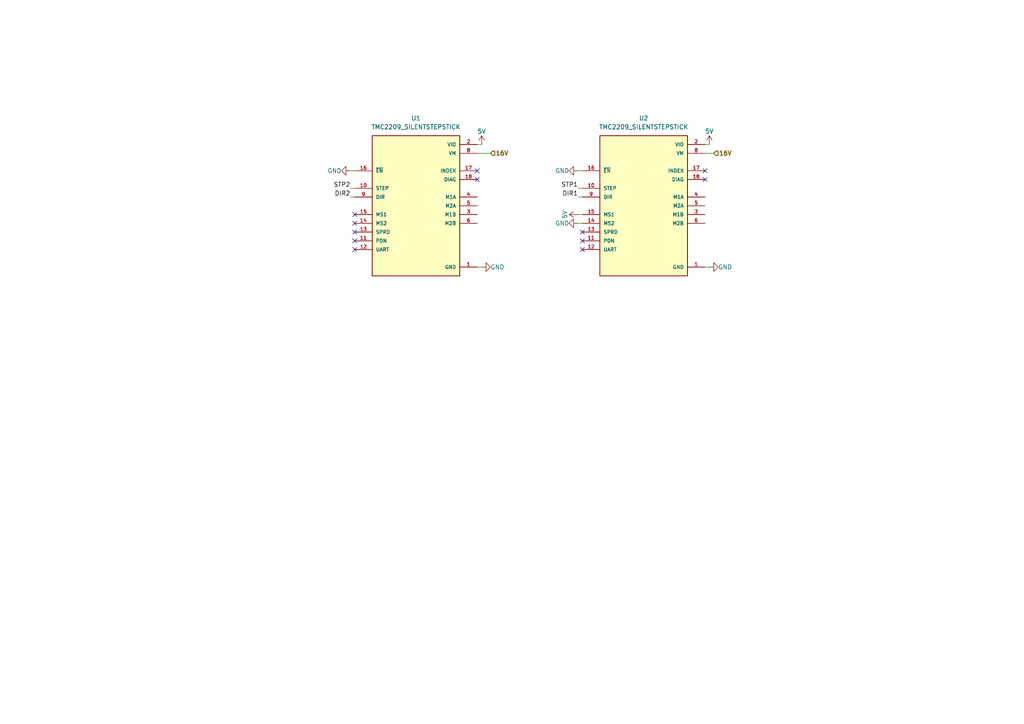
<source format=kicad_sch>
(kicad_sch (version 20250114) (generator "eeschema") (generator_version "9.0")
  (paper "A4")
  (lib_symbols
    (symbol "PCM_SparkFun-PowerSymbol:5V" (power) (pin_names (offset 0))
      (property "Value" "5V" (at 0 3.81 0))
      (symbol "5V_0_1"
        (polyline (pts (xy -0.762 1.27) (xy 0 2.54)))
        (polyline (pts (xy 0 2.54) (xy 0.762 1.27)))
        (polyline (pts (xy 0 0) (xy 0 2.54)))
      )
      (symbol "5V_1_1"
        (pin power_in line (at 0 0 90) (length 0) (hide yes) (name "5V") (number "1"))
      )
    )
    (symbol "PCM_SparkFun-PowerSymbol:GND" (power) (pin_names (offset 0))
      (property "Value" "GND" (at 0 -3.81 0))
      (symbol "GND_0_1"
        (polyline (pts (xy 0 0) (xy 0 -1.27) (xy 1.27 -1.27) (xy 0 -2.54) (xy -1.27 -1.27) (xy 0 -1.27)))
      )
      (symbol "GND_1_1"
        (pin power_in line (at 0 0 270) (length 0) (hide yes) (name "GND") (number "1"))
      )
    )
    (symbol "TMC2209_SILENTSTEPSTICK:TMC2209_SILENTSTEPSTICK" (pin_names (offset 1.016))
      (property "Reference" "U" (at -12.7 22.86 0))
      (property "Value" "TMC2209_SILENTSTEPSTICK" (at -12.7 -22.86 0))
      (symbol "TMC2209_SILENTSTEPSTICK_0_0"
        (rectangle (start -12.7 -20.32) (end 12.7 20.32) (stroke (width 0.254)) (fill (type background)))
        (pin input line (at -17.78 10.16 0) (length 5.08) (name "~{EN}") (number "16"))
        (pin input line (at -17.78 5.08 0) (length 5.08) (name "STEP") (number "10"))
        (pin input line (at -17.78 2.54 0) (length 5.08) (name "DIR") (number "9"))
        (pin input line (at -17.78 -2.54 0) (length 5.08) (name "MS1") (number "15"))
        (pin input line (at -17.78 -5.08 0) (length 5.08) (name "MS2") (number "14"))
        (pin input line (at -17.78 -7.62 0) (length 5.08) (name "SPRD") (number "13"))
        (pin bidirectional line (at -17.78 -10.16 0) (length 5.08) (name "PDN") (number "11"))
        (pin bidirectional line (at -17.78 -12.7 0) (length 5.08) (name "UART") (number "12"))
        (pin power_in line (at 17.78 17.78 180) (length 5.08) (name "VIO") (number "2"))
        (pin power_in line (at 17.78 15.24 180) (length 5.08) (name "VM") (number "8"))
        (pin output line (at 17.78 10.16 180) (length 5.08) (name "INDEX") (number "17"))
        (pin output line (at 17.78 7.62 180) (length 5.08) (name "DIAG") (number "18"))
        (pin output line (at 17.78 2.54 180) (length 5.08) (name "M1A") (number "4"))
        (pin output line (at 17.78 0 180) (length 5.08) (name "M2A") (number "5"))
        (pin output line (at 17.78 -2.54 180) (length 5.08) (name "M1B") (number "3"))
        (pin output line (at 17.78 -5.08 180) (length 5.08) (name "M2B") (number "6"))
        (pin power_in line (at 17.78 -17.78 180) (length 5.08) (name "GND") (number "1"))
        (pin power_in line (at 17.78 -17.78 180) (length 5.08) (hide yes) (name "GND") (number "7"))
      )
    )
  )
  (no_connect (at 168.91 69.85))
  (no_connect (at 102.87 64.77))
  (no_connect (at 138.43 52.07))
  (no_connect (at 102.87 69.85))
  (no_connect (at 168.91 72.39))
  (no_connect (at 102.87 67.31))
  (no_connect (at 138.43 49.53))
  (no_connect (at 102.87 62.23))
  (no_connect (at 168.91 67.31))
  (no_connect (at 204.47 52.07))
  (no_connect (at 204.47 49.53))
  (no_connect (at 102.87 72.39))
  (wire (pts (xy 204.47 44.45) (xy 207.01 44.45)))
  (wire (pts (xy 101.6 54.61) (xy 102.87 54.61)))
  (wire (pts (xy 167.64 49.53) (xy 168.91 49.53)))
  (wire (pts (xy 138.43 41.91) (xy 139.7 41.91)))
  (wire (pts (xy 167.64 54.61) (xy 168.91 54.61)))
  (wire (pts (xy 204.47 41.91) (xy 205.74 41.91)))
  (wire (pts (xy 138.43 77.47) (xy 139.7 77.47)))
  (wire (pts (xy 167.64 57.15) (xy 168.91 57.15)))
  (wire (pts (xy 101.6 49.53) (xy 102.87 49.53)))
  (wire (pts (xy 204.47 77.47) (xy 205.74 77.47)))
  (wire (pts (xy 167.64 62.23) (xy 168.91 62.23)))
  (wire (pts (xy 101.6 57.15) (xy 102.87 57.15)))
  (wire (pts (xy 167.64 64.77) (xy 168.91 64.77)))
  (wire (pts (xy 138.43 44.45) (xy 142.24 44.45)))
  (label "STP1" (at 167.64 54.61 180))
  (label "DIR2" (at 101.6 57.15 180))
  (label "DIR1" (at 167.64 57.15 180))
  (label "STP2" (at 101.6 54.61 180))
  (hierarchical_label "16V" (shape input) (at 207.01 44.45 0) (effects (font (thickness 0.254) (bold yes))))
  (hierarchical_label "16V" (shape input) (at 142.24 44.45 0) (effects (font (thickness 0.254) (bold yes))))
  (symbol (lib_id "PCM_SparkFun-PowerSymbol:GND") (at 167.64 49.53 270) (unit 1)
    (property "Reference" "#PWR011" (effects (hide yes)))
    (property "Value" "GND" (at 163.068 49.53 90))
    (property "Description" "Power symbol creates a global label with name \"GND\" , ground" (effects (hide yes)))
  )
  (symbol (lib_id "PCM_SparkFun-PowerSymbol:GND") (at 139.7 77.47 90) (unit 1)
    (property "Reference" "#PWR018" (effects (hide yes)))
    (property "Value" "GND" (at 144.272 77.47 90))
    (property "Description" "Power symbol creates a global label with name \"GND\" , ground" (effects (hide yes)))
  )
  (symbol (lib_id "PCM_SparkFun-PowerSymbol:GND") (at 167.64 64.77 270) (unit 1)
    (property "Reference" "#PWR022" (effects (hide yes)))
    (property "Value" "GND" (at 163.068 64.77 90))
    (property "Description" "Power symbol creates a global label with name \"GND\" , ground" (effects (hide yes)))
  )
  (symbol (lib_id "PCM_SparkFun-PowerSymbol:GND") (at 205.74 77.47 90) (unit 1)
    (property "Reference" "#PWR019" (effects (hide yes)))
    (property "Value" "GND" (at 210.312 77.47 90))
    (property "Description" "Power symbol creates a global label with name \"GND\" , ground" (effects (hide yes)))
  )
  (symbol (lib_id "PCM_SparkFun-PowerSymbol:5V") (at 205.74 41.91 0) (unit 1)
    (property "Reference" "#PWR020" (effects (hide yes)))
    (property "Value" "5V" (at 205.74 38.1 0))
    (property "Description" "Power symbol creates a global label with name \"5V\"" (effects (hide yes)))
  )
  (symbol (lib_id "TMC2209_SILENTSTEPSTICK:TMC2209_SILENTSTEPSTICK") (at 186.69 59.69 0) (unit 1)
    (property "Reference" "U2" (at 186.69 34.29 0))
    (property "Value" "TMC2209_SILENTSTEPSTICK" (at 186.69 36.83 0))
    (property "Footprint" "TMC2209_SILENTSTEPSTICK:MODULE_TMC2209_SILENTSTEPSTICK" (effects (hide yes)))
    (property "MF" "Trinamic Motion Control GmbH" (effects (hide yes)))
    (property "Description_1" "TMC2209 Motor Controller/Driver Power Management Evaluation Board" (effects (hide yes)))
    (property "Package" "None" (effects (hide yes)))
    (property "Price" "None" (effects (hide yes)))
    (property "Check_prices" "https://www.snapeda.com/parts/TMC2209%20SILENTSTEPSTICK/Trinamic/view-part/?ref=eda" (effects (hide yes)))
    (property "STANDARD" "Manufacturer Recommendations" (effects (hide yes)))
    (property "PARTREV" "1.20" (effects (hide yes)))
    (property "SnapEDA_Link" "https://www.snapeda.com/parts/TMC2209%20SILENTSTEPSTICK/Trinamic/view-part/?ref=snap" (effects (hide yes)))
    (property "MP" "TMC2209 SILENTSTEPSTICK" (effects (hide yes)))
    (property "MANUFACTURER" "Trinamic Motion Control GmbH" (effects (hide yes)))
    (property "Availability" "Not in stock" (effects (hide yes)))
    (property "SNAPEDA_PN" "TMC2209 SILENTSTEPSTICK" (effects (hide yes)))
  )
  (symbol (lib_id "PCM_SparkFun-PowerSymbol:5V") (at 139.7 41.91 0) (unit 1)
    (property "Reference" "#PWR021" (effects (hide yes)))
    (property "Value" "5V" (at 139.7 38.1 0))
    (property "Description" "Power symbol creates a global label with name \"5V\"" (effects (hide yes)))
  )
  (symbol (lib_id "PCM_SparkFun-PowerSymbol:5V") (at 167.64 62.23 90) (unit 1)
    (property "Reference" "#PWR023" (effects (hide yes)))
    (property "Value" "5V" (at 163.83 62.23 0))
    (property "Description" "Power symbol creates a global label with name \"5V\"" (effects (hide yes)))
  )
  (symbol (lib_id "PCM_SparkFun-PowerSymbol:GND") (at 101.6 49.53 270) (unit 1)
    (property "Reference" "#PWR09" (effects (hide yes)))
    (property "Value" "GND" (at 97.028 49.53 90))
    (property "Description" "Power symbol creates a global label with name \"GND\" , ground" (effects (hide yes)))
  )
  (symbol (lib_id "TMC2209_SILENTSTEPSTICK:TMC2209_SILENTSTEPSTICK") (at 120.65 59.69 0) (unit 1)
    (property "Reference" "U1" (at 120.65 34.29 0))
    (property "Value" "TMC2209_SILENTSTEPSTICK" (at 120.65 36.83 0))
    (property "Footprint" "TMC2209_SILENTSTEPSTICK:MODULE_TMC2209_SILENTSTEPSTICK" (effects (hide yes)))
    (property "MF" "Trinamic Motion Control GmbH" (effects (hide yes)))
    (property "Description_1" "TMC2209 Motor Controller/Driver Power Management Evaluation Board" (effects (hide yes)))
    (property "Package" "None" (effects (hide yes)))
    (property "Price" "None" (effects (hide yes)))
    (property "Check_prices" "https://www.snapeda.com/parts/TMC2209%20SILENTSTEPSTICK/Trinamic/view-part/?ref=eda" (effects (hide yes)))
    (property "STANDARD" "Manufacturer Recommendations" (effects (hide yes)))
    (property "PARTREV" "1.20" (effects (hide yes)))
    (property "SnapEDA_Link" "https://www.snapeda.com/parts/TMC2209%20SILENTSTEPSTICK/Trinamic/view-part/?ref=snap" (effects (hide yes)))
    (property "MP" "TMC2209 SILENTSTEPSTICK" (effects (hide yes)))
    (property "MANUFACTURER" "Trinamic Motion Control GmbH" (effects (hide yes)))
    (property "Availability" "Not in stock" (effects (hide yes)))
    (property "SNAPEDA_PN" "TMC2209 SILENTSTEPSTICK" (effects (hide yes)))
  )
)
</source>
